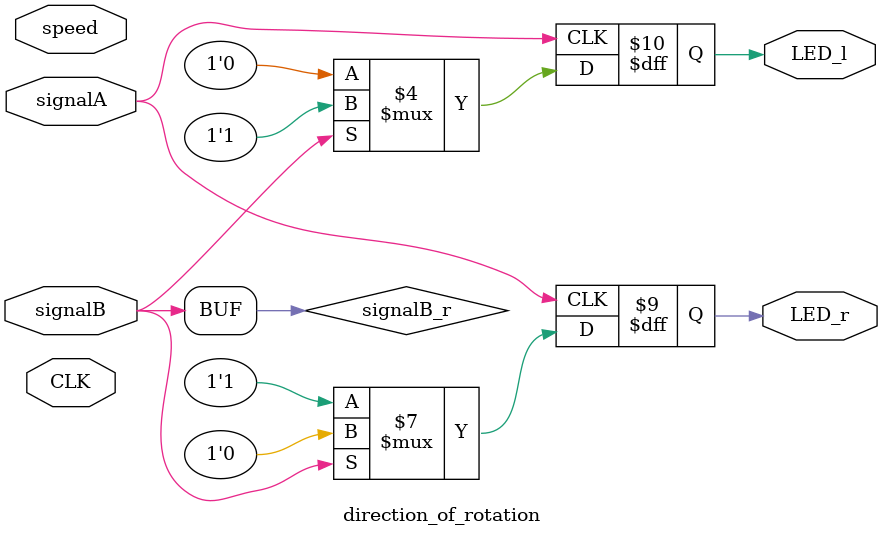
<source format=v>
module direction_of_rotation (
input  CLK,
output LED_r, // по часовой стрелки (вправо)
output LED_l, // против часовой стрелки (влево)
input signalA,
input signalB,
input speed //определение направления с учетом наличия скорости, 32bit
);

wire signalA;
wire signalB;

reg signalB_r;
// reg [9:0] speed_r;
assign signalB = signalB_r;
// assign speed = speed_r;
always @(posedge signalA) begin
    if (signalB_r == 1'b0) begin
        LED_r <= 1'b1;
        LED_l <= 1'b0;   
    end
    else begin        
        LED_l <= 1'b1;
        LED_r <= 1'b0;
    end
    // if (speed_r == 1'b0) begin
    //     LED_l <= 1'b0;
    //     LED_r <= 1'b0;
    // end 
end
endmodule
</source>
